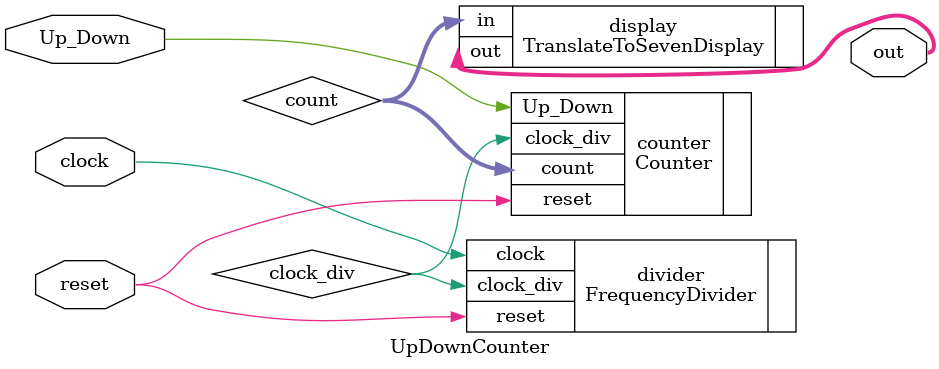
<source format=v>

module UpDownCounter(clock, reset, Up_Down, out);
	
	input clock;    		// MAX10_CLK1_50
	input reset;    		// SW0
	input Up_Down;  		// SW1
	output [6:0] out;    // HEX06 ~ HEX00
	
	wire clock_div;
	wire [3:0] count;
	
	
	FrequencyDivider			divider(.clock(clock), .reset(reset), .clock_div(clock_div));
	Counter						counter(.clock_div(clock_div), .reset(reset), .Up_Down(Up_Down), .count(count));
	TranslateToSevenDisplay	display(.in(count), .out(out));

endmodule

</source>
